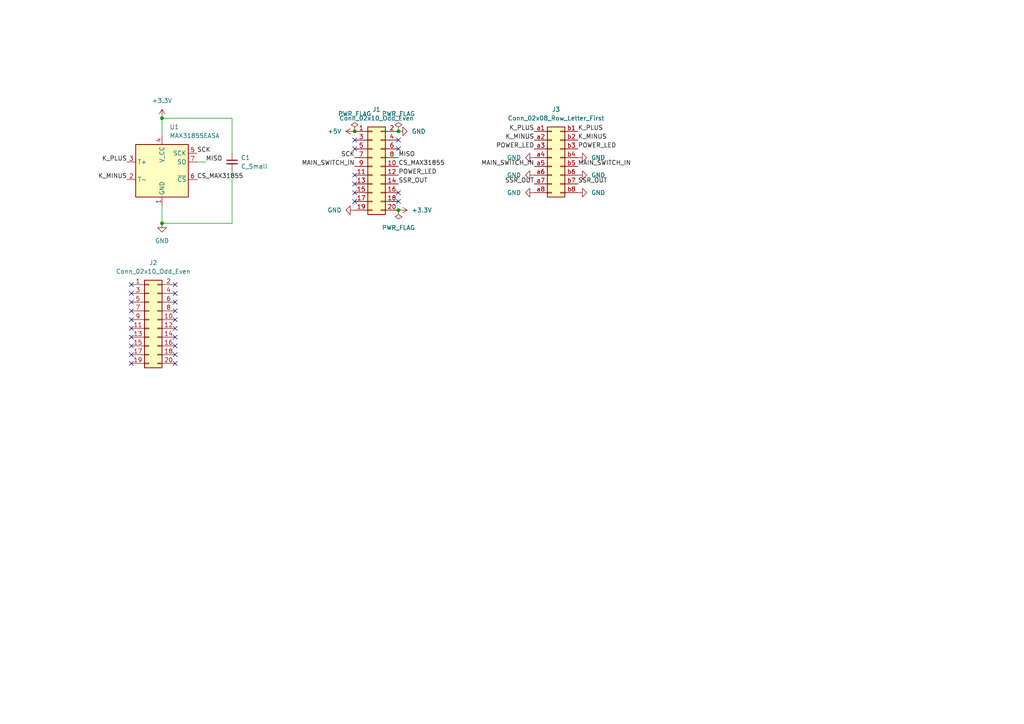
<source format=kicad_sch>
(kicad_sch (version 20230121) (generator eeschema)
  (paper "A4")
  (lib_symbols
    (symbol "Connector_Generic:Conn_02x08_Row_Letter_First" (pin_names (offset 1.016) hide)
      (property "Reference" "J" (at 1.27 10.16 0))
      (property "Value" "Conn_02x08_Row_Letter_First" (at 1.27 -12.7 0))
      (symbol "Conn_02x08_Row_Letter_First_1_1"
        (rectangle (start -1.27 -10.033) (end 0 -10.287) (stroke (width 0.1524)))
        (rectangle (start -1.27 -7.493) (end 0 -7.747) (stroke (width 0.1524)))
        (rectangle (start -1.27 -4.953) (end 0 -5.207) (stroke (width 0.1524)))
        (rectangle (start -1.27 -2.413) (end 0 -2.667) (stroke (width 0.1524)))
        (rectangle (start -1.27 0.127) (end 0 -0.127) (stroke (width 0.1524)))
        (rectangle (start -1.27 2.667) (end 0 2.413) (stroke (width 0.1524)))
        (rectangle (start -1.27 5.207) (end 0 4.953) (stroke (width 0.1524)))
        (rectangle (start -1.27 7.747) (end 0 7.493) (stroke (width 0.1524)))
        (rectangle (start -1.27 8.89) (end 3.81 -11.43) (stroke (width 0.254)) (fill (type background)))
        (rectangle (start 3.81 -10.033) (end 2.54 -10.287) (stroke (width 0.1524)))
        (rectangle (start 3.81 -7.493) (end 2.54 -7.747) (stroke (width 0.1524)))
        (rectangle (start 3.81 -4.953) (end 2.54 -5.207) (stroke (width 0.1524)))
        (rectangle (start 3.81 -2.413) (end 2.54 -2.667) (stroke (width 0.1524)))
        (rectangle (start 3.81 0.127) (end 2.54 -0.127) (stroke (width 0.1524)))
        (rectangle (start 3.81 2.667) (end 2.54 2.413) (stroke (width 0.1524)))
        (rectangle (start 3.81 5.207) (end 2.54 4.953) (stroke (width 0.1524)))
        (rectangle (start 3.81 7.747) (end 2.54 7.493) (stroke (width 0.1524)))
        (pin passive line (at -5.08 7.62 0) (length 3.81) (name "Pin_a1") (number "a1"))
        (pin passive line (at -5.08 5.08 0) (length 3.81) (name "Pin_a2") (number "a2"))
        (pin passive line (at -5.08 2.54 0) (length 3.81) (name "Pin_a3") (number "a3"))
        (pin passive line (at -5.08 0 0) (length 3.81) (name "Pin_a4") (number "a4"))
        (pin passive line (at -5.08 -2.54 0) (length 3.81) (name "Pin_a5") (number "a5"))
        (pin passive line (at -5.08 -5.08 0) (length 3.81) (name "Pin_a6") (number "a6"))
        (pin passive line (at -5.08 -7.62 0) (length 3.81) (name "Pin_a7") (number "a7"))
        (pin passive line (at -5.08 -10.16 0) (length 3.81) (name "Pin_a8") (number "a8"))
        (pin passive line (at 7.62 7.62 180) (length 3.81) (name "Pin_b1") (number "b1"))
        (pin passive line (at 7.62 5.08 180) (length 3.81) (name "Pin_b2") (number "b2"))
        (pin passive line (at 7.62 2.54 180) (length 3.81) (name "Pin_b3") (number "b3"))
        (pin passive line (at 7.62 0 180) (length 3.81) (name "Pin_b4") (number "b4"))
        (pin passive line (at 7.62 -2.54 180) (length 3.81) (name "Pin_b5") (number "b5"))
        (pin passive line (at 7.62 -5.08 180) (length 3.81) (name "Pin_b6") (number "b6"))
        (pin passive line (at 7.62 -7.62 180) (length 3.81) (name "Pin_b7") (number "b7"))
        (pin passive line (at 7.62 -10.16 180) (length 3.81) (name "Pin_b8") (number "b8"))
      )
    )
    (symbol "Connector_Generic:Conn_02x10_Odd_Even" (pin_names (offset 1.016) hide)
      (property "Reference" "J" (at 1.27 12.7 0))
      (property "Value" "Conn_02x10_Odd_Even" (at 1.27 -15.24 0))
      (symbol "Conn_02x10_Odd_Even_1_1"
        (rectangle (start -1.27 -12.573) (end 0 -12.827) (stroke (width 0.1524)))
        (rectangle (start -1.27 -10.033) (end 0 -10.287) (stroke (width 0.1524)))
        (rectangle (start -1.27 -7.493) (end 0 -7.747) (stroke (width 0.1524)))
        (rectangle (start -1.27 -4.953) (end 0 -5.207) (stroke (width 0.1524)))
        (rectangle (start -1.27 -2.413) (end 0 -2.667) (stroke (width 0.1524)))
        (rectangle (start -1.27 0.127) (end 0 -0.127) (stroke (width 0.1524)))
        (rectangle (start -1.27 2.667) (end 0 2.413) (stroke (width 0.1524)))
        (rectangle (start -1.27 5.207) (end 0 4.953) (stroke (width 0.1524)))
        (rectangle (start -1.27 7.747) (end 0 7.493) (stroke (width 0.1524)))
        (rectangle (start -1.27 10.287) (end 0 10.033) (stroke (width 0.1524)))
        (rectangle (start -1.27 11.43) (end 3.81 -13.97) (stroke (width 0.254)) (fill (type background)))
        (rectangle (start 3.81 -12.573) (end 2.54 -12.827) (stroke (width 0.1524)))
        (rectangle (start 3.81 -10.033) (end 2.54 -10.287) (stroke (width 0.1524)))
        (rectangle (start 3.81 -7.493) (end 2.54 -7.747) (stroke (width 0.1524)))
        (rectangle (start 3.81 -4.953) (end 2.54 -5.207) (stroke (width 0.1524)))
        (rectangle (start 3.81 -2.413) (end 2.54 -2.667) (stroke (width 0.1524)))
        (rectangle (start 3.81 0.127) (end 2.54 -0.127) (stroke (width 0.1524)))
        (rectangle (start 3.81 2.667) (end 2.54 2.413) (stroke (width 0.1524)))
        (rectangle (start 3.81 5.207) (end 2.54 4.953) (stroke (width 0.1524)))
        (rectangle (start 3.81 7.747) (end 2.54 7.493) (stroke (width 0.1524)))
        (rectangle (start 3.81 10.287) (end 2.54 10.033) (stroke (width 0.1524)))
        (pin passive line (at -5.08 10.16 0) (length 3.81) (name "Pin_1") (number "1"))
        (pin passive line (at 7.62 0 180) (length 3.81) (name "Pin_10") (number "10"))
        (pin passive line (at -5.08 -2.54 0) (length 3.81) (name "Pin_11") (number "11"))
        (pin passive line (at 7.62 -2.54 180) (length 3.81) (name "Pin_12") (number "12"))
        (pin passive line (at -5.08 -5.08 0) (length 3.81) (name "Pin_13") (number "13"))
        (pin passive line (at 7.62 -5.08 180) (length 3.81) (name "Pin_14") (number "14"))
        (pin passive line (at -5.08 -7.62 0) (length 3.81) (name "Pin_15") (number "15"))
        (pin passive line (at 7.62 -7.62 180) (length 3.81) (name "Pin_16") (number "16"))
        (pin passive line (at -5.08 -10.16 0) (length 3.81) (name "Pin_17") (number "17"))
        (pin passive line (at 7.62 -10.16 180) (length 3.81) (name "Pin_18") (number "18"))
        (pin passive line (at -5.08 -12.7 0) (length 3.81) (name "Pin_19") (number "19"))
        (pin passive line (at 7.62 10.16 180) (length 3.81) (name "Pin_2") (number "2"))
        (pin passive line (at 7.62 -12.7 180) (length 3.81) (name "Pin_20") (number "20"))
        (pin passive line (at -5.08 7.62 0) (length 3.81) (name "Pin_3") (number "3"))
        (pin passive line (at 7.62 7.62 180) (length 3.81) (name "Pin_4") (number "4"))
        (pin passive line (at -5.08 5.08 0) (length 3.81) (name "Pin_5") (number "5"))
        (pin passive line (at 7.62 5.08 180) (length 3.81) (name "Pin_6") (number "6"))
        (pin passive line (at -5.08 2.54 0) (length 3.81) (name "Pin_7") (number "7"))
        (pin passive line (at 7.62 2.54 180) (length 3.81) (name "Pin_8") (number "8"))
        (pin passive line (at -5.08 0 0) (length 3.81) (name "Pin_9") (number "9"))
      )
    )
    (symbol "Device:C_Small" (pin_numbers hide) (pin_names (offset 0.254) hide)
      (property "Reference" "C" (at 0.254 1.778 0))
      (property "Value" "C_Small" (at 0.254 -2.032 0))
      (symbol "C_Small_0_1"
        (polyline (pts (xy -1.524 -0.508) (xy 1.524 -0.508)) (stroke (width 0.3302)))
        (polyline (pts (xy -1.524 0.508) (xy 1.524 0.508)) (stroke (width 0.3048)))
      )
      (symbol "C_Small_1_1"
        (pin passive line (at 0 2.54 270) (length 2.032) (name "~") (number "1"))
        (pin passive line (at 0 -2.54 90) (length 2.032) (name "~") (number "2"))
      )
    )
    (symbol "Sensor_Temperature:MAX31855EASA"
      (property "Reference" "U" (at -7.62 8.89 0))
      (property "Value" "MAX31855EASA" (at 1.27 8.89 0))
      (symbol "MAX31855EASA_0_1"
        (rectangle (start -7.62 7.62) (end 7.62 -7.62) (stroke (width 0.254)) (fill (type background)))
      )
      (symbol "MAX31855EASA_1_1"
        (pin power_in line (at 0 -10.16 90) (length 2.54) (name "GND") (number "1"))
        (pin passive line (at -10.16 -2.54 0) (length 2.54) (name "T-") (number "2"))
        (pin passive line (at -10.16 2.54 0) (length 2.54) (name "T+") (number "3"))
        (pin power_in line (at 0 10.16 270) (length 2.54) (name "V_CC") (number "4"))
        (pin input line (at 10.16 5.08 180) (length 2.54) (name "SCK") (number "5"))
        (pin input line (at 10.16 -2.54 180) (length 2.54) (name "~{CS}") (number "6"))
        (pin tri_state line (at 10.16 2.54 180) (length 2.54) (name "SO") (number "7"))
      )
    )
    (symbol "power:+3.3V" (power) (pin_names (offset 0))
      (property "Value" "+3.3V" (at 0 3.556 0))
      (symbol "+3.3V_0_1"
        (polyline (pts (xy -0.762 1.27) (xy 0 2.54)))
        (polyline (pts (xy 0 0) (xy 0 2.54)))
        (polyline (pts (xy 0 2.54) (xy 0.762 1.27)))
      )
      (symbol "+3.3V_1_1"
        (pin power_in line (at 0 0 90) (length 0) hide (name "+3.3V") (number "1"))
      )
    )
    (symbol "power:+5V" (power) (pin_names (offset 0))
      (property "Value" "+5V" (at 0 3.556 0))
      (symbol "+5V_0_1"
        (polyline (pts (xy -0.762 1.27) (xy 0 2.54)))
        (polyline (pts (xy 0 0) (xy 0 2.54)))
        (polyline (pts (xy 0 2.54) (xy 0.762 1.27)))
      )
      (symbol "+5V_1_1"
        (pin power_in line (at 0 0 90) (length 0) hide (name "+5V") (number "1"))
      )
    )
    (symbol "power:GND" (power) (pin_names (offset 0))
      (property "Value" "GND" (at 0 -3.81 0))
      (symbol "GND_0_1"
        (polyline (pts (xy 0 0) (xy 0 -1.27) (xy 1.27 -1.27) (xy 0 -2.54) (xy -1.27 -1.27) (xy 0 -1.27)))
      )
      (symbol "GND_1_1"
        (pin power_in line (at 0 0 270) (length 0) hide (name "GND") (number "1"))
      )
    )
    (symbol "power:PWR_FLAG" (power) (pin_numbers hide) (pin_names (offset 0) hide)
      (property "Value" "PWR_FLAG" (at 0 3.81 0))
      (symbol "PWR_FLAG_0_0"
        (pin power_out line (at 0 0 90) (length 0) (name "pwr") (number "1"))
      )
      (symbol "PWR_FLAG_0_1"
        (polyline (pts (xy 0 0) (xy 0 1.27) (xy -1.016 1.905) (xy 0 2.54) (xy 1.016 1.905) (xy 0 1.27)))
      )
    )
  )
  (junction (at 46.99 34.29))
  (junction (at 46.99 64.77))
  (junction (at 115.57 38.1))
  (junction (at 115.57 60.96))
  (junction (at 102.87 38.1))
  (no_connect (at 102.87 43.18))
  (no_connect (at 50.8 92.71))
  (no_connect (at 38.1 100.33))
  (no_connect (at 38.1 90.17))
  (no_connect (at 38.1 82.55))
  (no_connect (at 50.8 95.25))
  (no_connect (at 50.8 87.63))
  (no_connect (at 50.8 97.79))
  (no_connect (at 115.57 55.88))
  (no_connect (at 50.8 82.55))
  (no_connect (at 38.1 85.09))
  (no_connect (at 102.87 53.34))
  (no_connect (at 115.57 43.18))
  (no_connect (at 102.87 58.42))
  (no_connect (at 115.57 40.64))
  (no_connect (at 102.87 55.88))
  (no_connect (at 50.8 90.17))
  (no_connect (at 50.8 105.41))
  (no_connect (at 50.8 102.87))
  (no_connect (at 38.1 97.79))
  (no_connect (at 115.57 58.42))
  (no_connect (at 102.87 40.64))
  (no_connect (at 50.8 85.09))
  (no_connect (at 38.1 87.63))
  (no_connect (at 102.87 50.8))
  (no_connect (at 50.8 100.33))
  (no_connect (at 38.1 105.41))
  (no_connect (at 38.1 92.71))
  (no_connect (at 38.1 102.87))
  (no_connect (at 38.1 95.25))
  (wire (pts (xy 67.31 34.29) (xy 67.31 44.45)))
  (wire (pts (xy 67.31 49.53) (xy 67.31 64.77)))
  (wire (pts (xy 57.15 46.99) (xy 59.69 46.99)))
  (wire (pts (xy 46.99 39.37) (xy 46.99 34.29)))
  (wire (pts (xy 46.99 64.77) (xy 46.99 59.69)))
  (wire (pts (xy 46.99 34.29) (xy 67.31 34.29)))
  (wire (pts (xy 67.31 64.77) (xy 46.99 64.77)))
  (label "POWER_LED" (at 115.57 50.8 0))
  (label "K_MINUS" (at 36.83 52.07 180))
  (label "SCK" (at 102.87 45.72 180))
  (label "MAIN_SWITCH_IN" (at 102.87 48.26 180))
  (label "MISO" (at 115.57 45.72 0))
  (label "POWER_LED" (at 167.64 43.18 0))
  (label "MISO" (at 59.69 46.99 0))
  (label "SSR_OUT" (at 154.94 53.34 180))
  (label "SSR_OUT" (at 115.57 53.34 0))
  (label "K_PLUS" (at 167.64 38.1 0))
  (label "SSR_OUT" (at 167.64 53.34 0))
  (label "K_PLUS" (at 36.83 46.99 180))
  (label "K_PLUS" (at 154.94 38.1 180))
  (label "MAIN_SWITCH_IN" (at 167.64 48.26 0))
  (label "POWER_LED" (at 154.94 43.18 180))
  (label "CS_MAX31855" (at 115.57 48.26 0))
  (label "K_MINUS" (at 167.64 40.64 0))
  (label "MAIN_SWITCH_IN" (at 154.94 48.26 180))
  (label "K_MINUS" (at 154.94 40.64 180))
  (label "CS_MAX31855" (at 57.15 52.07 0))
  (label "SCK" (at 57.15 44.45 0))
  (symbol (lib_id "power:PWR_FLAG") (at 115.57 38.1 0) (unit 1)
    (property "Reference" "#FLG03" (effects hide))
    (property "Value" "PWR_FLAG" (at 115.57 33.02 0))
  )
  (symbol (lib_id "power:GND") (at 154.94 50.8 270) (unit 1)
    (property "Reference" "#PWR09" (effects hide))
    (property "Value" "GND" (at 151.13 50.8 90) (effects (justify right)))
  )
  (symbol (lib_id "power:GND") (at 167.64 50.8 90) (unit 1)
    (property "Reference" "#PWR012" (effects hide))
    (property "Value" "GND" (at 171.45 50.8 90) (effects (justify right)))
  )
  (symbol (lib_id "power:GND") (at 154.94 45.72 270) (unit 1)
    (property "Reference" "#PWR08" (effects hide))
    (property "Value" "GND" (at 151.13 45.72 90) (effects (justify right)))
  )
  (symbol (lib_id "power:GND") (at 115.57 38.1 90) (unit 1)
    (property "Reference" "#PWR03" (effects hide))
    (property "Value" "GND" (at 119.38 38.1 90) (effects (justify right)))
  )
  (symbol (lib_id "power:PWR_FLAG") (at 102.87 38.1 0) (unit 1)
    (property "Reference" "#FLG02" (effects hide))
    (property "Value" "PWR_FLAG" (at 102.87 33.02 0))
  )
  (symbol (lib_id "power:PWR_FLAG") (at 115.57 60.96 180) (unit 1)
    (property "Reference" "#FLG01" (effects hide))
    (property "Value" "PWR_FLAG" (at 115.57 66.04 0))
  )
  (symbol (lib_id "power:GND") (at 154.94 55.88 270) (unit 1)
    (property "Reference" "#PWR010" (effects hide))
    (property "Value" "GND" (at 151.13 55.88 90) (effects (justify right)))
  )
  (symbol (lib_id "power:GND") (at 167.64 55.88 90) (unit 1)
    (property "Reference" "#PWR013" (effects hide))
    (property "Value" "GND" (at 171.45 55.88 90) (effects (justify right)))
  )
  (symbol (lib_id "power:+5V") (at 102.87 38.1 90) (unit 1)
    (property "Reference" "#PWR02" (effects hide))
    (property "Value" "+5V" (at 99.06 38.1 90) (effects (justify left)))
  )
  (symbol (lib_id "Device:C_Small") (at 67.31 46.99 0) (unit 1)
    (property "Reference" "C1" (at 69.85 45.7263 0) (effects (justify left)))
    (property "Value" "C_Small" (at 69.85 48.2663 0) (effects (justify left)))
    (property "Footprint" "Capacitor_SMD:C_0603_1608Metric" (effects hide))
  )
  (symbol (lib_id "power:GND") (at 46.99 64.77 0) (unit 1)
    (property "Reference" "#PWR07" (effects hide))
    (property "Value" "GND" (at 46.99 69.85 0))
  )
  (symbol (lib_id "power:+3.3V") (at 115.57 60.96 270) (unit 1)
    (property "Reference" "#PWR06" (effects hide))
    (property "Value" "+3.3V" (at 119.38 60.96 90) (effects (justify left)))
  )
  (symbol (lib_id "Sensor_Temperature:MAX31855EASA") (at 46.99 49.53 0) (unit 1)
    (property "Reference" "U1" (at 49.1841 36.83 0) (effects (justify left)))
    (property "Value" "MAX31855EASA" (at 49.1841 39.37 0) (effects (justify left)))
    (property "Footprint" "Package_SO:SOIC-8_3.9x4.9mm_P1.27mm" (effects hide))
    (property "Datasheet" "http://datasheets.maximintegrated.com/en/ds/MAX31855.pdf" (effects hide))
  )
  (symbol (lib_id "power:GND") (at 102.87 60.96 270) (unit 1)
    (property "Reference" "#PWR05" (effects hide))
    (property "Value" "GND" (at 99.06 60.96 90) (effects (justify right)))
  )
  (symbol (lib_id "Connector_Generic:Conn_02x10_Odd_Even") (at 107.95 48.26 0) (unit 1)
    (property "Reference" "J1" (at 109.22 31.75 0))
    (property "Value" "Conn_02x10_Odd_Even" (at 109.22 34.29 0))
    (property "Footprint" "Connector_PinHeader_2.54mm:PinHeader_2x10_P2.54mm_Vertical" (effects hide))
  )
  (symbol (lib_id "power:GND") (at 167.64 45.72 90) (unit 1)
    (property "Reference" "#PWR011" (effects hide))
    (property "Value" "GND" (at 171.45 45.72 90) (effects (justify right)))
  )
  (symbol (lib_id "Connector_Generic:Conn_02x10_Odd_Even") (at 43.18 92.71 0) (unit 1)
    (property "Reference" "J2" (at 44.45 76.2 0))
    (property "Value" "Conn_02x10_Odd_Even" (at 44.45 78.74 0))
    (property "Footprint" "Connector_PinHeader_2.54mm:PinHeader_2x10_P2.54mm_Vertical" (effects hide))
  )
  (symbol (lib_id "Connector_Generic:Conn_02x08_Row_Letter_First") (at 160.02 45.72 0) (unit 1)
    (property "Reference" "J3" (at 161.29 31.75 0))
    (property "Value" "Conn_02x08_Row_Letter_First" (at 161.29 34.29 0))
    (property "Footprint" "wago-233-508:con-wago-233-508" (effects hide))
  )
  (symbol (lib_id "power:+3.3V") (at 46.99 34.29 0) (unit 1)
    (property "Reference" "#PWR01" (effects hide))
    (property "Value" "+3.3V" (at 46.99 29.21 0))
  )
)
</source>
